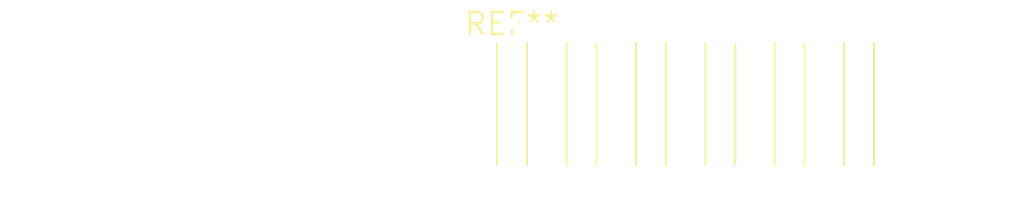
<source format=kicad_pcb>
(kicad_pcb (version 20240108) (generator pcbnew)
  (layers (0 "F.Cu" signal) (31 "B.Cu" signal) (34 "B.Paste" user) (35 "F.Paste" user) (36 "B.SilkS" user "B.Silkscreen") (37 "F.SilkS" user "F.Silkscreen") (38 "B.Mask" user) (39 "F.Mask" user) (44 "Edge.Cuts" user))
  (net 0 "")
  (footprint "SolderWire-0.15sqmm_1x06_P4mm_D0.5mm_OD1.5mm_Relief" (layer "F.Cu") (at 0 0)
    (property "Reference" "REF**")
    (property "Value" "SolderWire-0.15sqmm_1x06_P4mm_D0.5mm_OD1.5mm_Relief")
    (fp_line (start -0.86 1.11) (end -0.86 8.14) (layer "F.SilkS") (stroke (width 0.12)))
    (fp_line (start 0.86 1.11) (end 0.86 8.14) (layer "F.SilkS") (stroke (width 0.12)))
    (fp_line (start 3.14 1.11) (end 3.14 8.14) (layer "F.SilkS") (stroke (width 0.12)))
    (fp_line (start 4.86 1.11) (end 4.86 8.14) (layer "F.SilkS") (stroke (width 0.12)))
    (fp_line (start 7.14 1.11) (end 7.14 8.14) (layer "F.SilkS") (stroke (width 0.12)))
    (fp_line (start 8.86 1.11) (end 8.86 8.14) (layer "F.SilkS") (stroke (width 0.12)))
    (fp_line (start 11.14 1.11) (end 11.14 8.14) (layer "F.SilkS") (stroke (width 0.12)))
    (fp_line (start 12.86 1.11) (end 12.86 8.14) (layer "F.SilkS") (stroke (width 0.12)))
    (fp_line (start 15.14 1.11) (end 15.14 8.14) (layer "F.SilkS") (stroke (width 0.12)))
    (fp_line (start 16.86 1.11) (end 16.86 8.14) (layer "F.SilkS") (stroke (width 0.12)))
    (fp_line (start 19.14 1.11) (end 19.14 8.14) (layer "F.SilkS") (stroke (width 0.12)))
    (fp_line (start 20.86 1.11) (end 20.86 8.14) (layer "F.SilkS") (stroke (width 0.12)))
    (pad "" np_thru_hole circle (at 0 9) (size 2 2) (drill 2) (layers *.Cu *.Mask))
    (pad "" np_thru_hole circle (at 4 9) (size 2 2) (drill 2) (layers *.Cu *.Mask))
    (pad "" np_thru_hole circle (at 8 9) (size 2 2) (drill 2) (layers *.Cu *.Mask))
    (pad "" np_thru_hole circle (at 12 9) (size 2 2) (drill 2) (layers *.Cu *.Mask))
    (pad "" np_thru_hole circle (at 16 9) (size 2 2) (drill 2) (layers *.Cu *.Mask))
    (pad "" np_thru_hole circle (at 20 9) (size 2 2) (drill 2) (layers *.Cu *.Mask))
    (pad "1" thru_hole roundrect (at 0 0) (size 1.7 1.7) (drill 0.7) (layers *.Cu *.Mask) (remove_unused_layers) (roundrect_rratio 0.147059))
    (pad "2" thru_hole circle (at 4 0) (size 1.7 1.7) (drill 0.7) (layers *.Cu *.Mask) (remove_unused_layers))
    (pad "3" thru_hole circle (at 8 0) (size 1.7 1.7) (drill 0.7) (layers *.Cu *.Mask) (remove_unused_layers))
    (pad "4" thru_hole circle (at 12 0) (size 1.7 1.7) (drill 0.7) (layers *.Cu *.Mask) (remove_unused_layers))
    (pad "5" thru_hole circle (at 16 0) (size 1.7 1.7) (drill 0.7) (layers *.Cu *.Mask) (remove_unused_layers))
    (pad "6" thru_hole circle (at 20 0) (size 1.7 1.7) (drill 0.7) (layers *.Cu *.Mask) (remove_unused_layers))
  )
)
</source>
